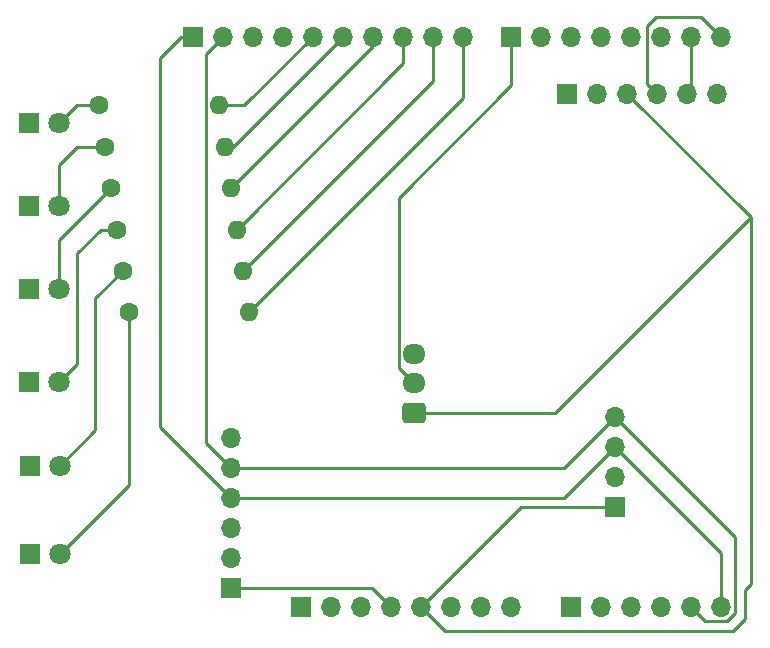
<source format=gbr>
%TF.GenerationSoftware,KiCad,Pcbnew,8.0.8*%
%TF.CreationDate,2025-03-13T13:25:16-06:00*%
%TF.ProjectId,Final_Project-REAL,46696e61-6c5f-4507-926f-6a6563742d52,rev?*%
%TF.SameCoordinates,Original*%
%TF.FileFunction,Copper,L1,Top*%
%TF.FilePolarity,Positive*%
%FSLAX46Y46*%
G04 Gerber Fmt 4.6, Leading zero omitted, Abs format (unit mm)*
G04 Created by KiCad (PCBNEW 8.0.8) date 2025-03-13 13:25:16*
%MOMM*%
%LPD*%
G01*
G04 APERTURE LIST*
G04 Aperture macros list*
%AMRoundRect*
0 Rectangle with rounded corners*
0 $1 Rounding radius*
0 $2 $3 $4 $5 $6 $7 $8 $9 X,Y pos of 4 corners*
0 Add a 4 corners polygon primitive as box body*
4,1,4,$2,$3,$4,$5,$6,$7,$8,$9,$2,$3,0*
0 Add four circle primitives for the rounded corners*
1,1,$1+$1,$2,$3*
1,1,$1+$1,$4,$5*
1,1,$1+$1,$6,$7*
1,1,$1+$1,$8,$9*
0 Add four rect primitives between the rounded corners*
20,1,$1+$1,$2,$3,$4,$5,0*
20,1,$1+$1,$4,$5,$6,$7,0*
20,1,$1+$1,$6,$7,$8,$9,0*
20,1,$1+$1,$8,$9,$2,$3,0*%
G04 Aperture macros list end*
%TA.AperFunction,ComponentPad*%
%ADD10R,1.700000X1.700000*%
%TD*%
%TA.AperFunction,ComponentPad*%
%ADD11O,1.700000X1.700000*%
%TD*%
%TA.AperFunction,ComponentPad*%
%ADD12RoundRect,0.250000X0.725000X-0.600000X0.725000X0.600000X-0.725000X0.600000X-0.725000X-0.600000X0*%
%TD*%
%TA.AperFunction,ComponentPad*%
%ADD13O,1.950000X1.700000*%
%TD*%
%TA.AperFunction,ComponentPad*%
%ADD14C,1.600000*%
%TD*%
%TA.AperFunction,ComponentPad*%
%ADD15O,1.600000X1.600000*%
%TD*%
%TA.AperFunction,ComponentPad*%
%ADD16R,1.800000X1.800000*%
%TD*%
%TA.AperFunction,ComponentPad*%
%ADD17C,1.800000*%
%TD*%
%TA.AperFunction,Conductor*%
%ADD18C,0.250000*%
%TD*%
G04 APERTURE END LIST*
D10*
%TO.P,J1,1,Pin_1*%
%TO.N,unconnected-(J1-Pin_1-Pad1)*%
X127940000Y-97460000D03*
D11*
%TO.P,J1,2,Pin_2*%
%TO.N,/IOREF*%
X130480000Y-97460000D03*
%TO.P,J1,3,Pin_3*%
%TO.N,/~{RESET}*%
X133020000Y-97460000D03*
%TO.P,J1,4,Pin_4*%
%TO.N,+3V3*%
X135560000Y-97460000D03*
%TO.P,J1,5,Pin_5*%
%TO.N,+5V*%
X138100000Y-97460000D03*
%TO.P,J1,6,Pin_6*%
%TO.N,GND*%
X140640000Y-97460000D03*
%TO.P,J1,7,Pin_7*%
X143180000Y-97460000D03*
%TO.P,J1,8,Pin_8*%
%TO.N,VCC*%
X145720000Y-97460000D03*
%TD*%
D10*
%TO.P,J3,1,Pin_1*%
%TO.N,/A0*%
X150800000Y-97460000D03*
D11*
%TO.P,J3,2,Pin_2*%
%TO.N,/A1*%
X153340000Y-97460000D03*
%TO.P,J3,3,Pin_3*%
%TO.N,/A2*%
X155880000Y-97460000D03*
%TO.P,J3,4,Pin_4*%
%TO.N,/A3*%
X158420000Y-97460000D03*
%TO.P,J3,5,Pin_5*%
%TO.N,/SDA{slash}A4*%
X160960000Y-97460000D03*
%TO.P,J3,6,Pin_6*%
%TO.N,/SCL{slash}A5*%
X163500000Y-97460000D03*
%TD*%
D10*
%TO.P,J2,1,Pin_1*%
%TO.N,/SCL{slash}A5*%
X118796000Y-49200000D03*
D11*
%TO.P,J2,2,Pin_2*%
%TO.N,/SDA{slash}A4*%
X121336000Y-49200000D03*
%TO.P,J2,3,Pin_3*%
%TO.N,/AREF*%
X123876000Y-49200000D03*
%TO.P,J2,4,Pin_4*%
%TO.N,GND*%
X126416000Y-49200000D03*
%TO.P,J2,5,Pin_5*%
%TO.N,/LED_6*%
X128956000Y-49200000D03*
%TO.P,J2,6,Pin_6*%
%TO.N,/LED_5*%
X131496000Y-49200000D03*
%TO.P,J2,7,Pin_7*%
%TO.N,/LED_4*%
X134036000Y-49200000D03*
%TO.P,J2,8,Pin_8*%
%TO.N,/LED_3*%
X136576000Y-49200000D03*
%TO.P,J2,9,Pin_9*%
%TO.N,/LED_2*%
X139116000Y-49200000D03*
%TO.P,J2,10,Pin_10*%
%TO.N,/LED_1*%
X141656000Y-49200000D03*
%TD*%
D10*
%TO.P,J4,1,Pin_1*%
%TO.N,/TEMP_EXT*%
X145720000Y-49200000D03*
D11*
%TO.P,J4,2,Pin_2*%
%TO.N,/6*%
X148260000Y-49200000D03*
%TO.P,J4,3,Pin_3*%
%TO.N,/5*%
X150800000Y-49200000D03*
%TO.P,J4,4,Pin_4*%
%TO.N,/4*%
X153340000Y-49200000D03*
%TO.P,J4,5,Pin_5*%
%TO.N,/\u002A3*%
X155880000Y-49200000D03*
%TO.P,J4,6,Pin_6*%
%TO.N,/2*%
X158420000Y-49200000D03*
%TO.P,J4,7,Pin_7*%
%TO.N,/TX{slash}1*%
X160960000Y-49200000D03*
%TO.P,J4,8,Pin_8*%
%TO.N,/RX{slash}0*%
X163500000Y-49200000D03*
%TD*%
D10*
%TO.P,J5,1,Pin_1*%
%TO.N,+3V3*%
X121975000Y-95825000D03*
D11*
%TO.P,J5,2,Pin_2*%
%TO.N,unconnected-(J5-Pin_2-Pad2)*%
X121975000Y-93285000D03*
%TO.P,J5,3,Pin_3*%
%TO.N,GND*%
X121975000Y-90745000D03*
%TO.P,J5,4,Pin_4*%
%TO.N,/SCL{slash}A5*%
X121975000Y-88205000D03*
%TO.P,J5,5,Pin_5*%
%TO.N,/SDA{slash}A4*%
X121975000Y-85665000D03*
%TO.P,J5,6,Pin_6*%
%TO.N,unconnected-(J5-Pin_6-Pad6)*%
X121975000Y-83125000D03*
%TD*%
D12*
%TO.P,J6,1,Pin_1*%
%TO.N,+5V*%
X137500000Y-81000000D03*
D13*
%TO.P,J6,2,Pin_2*%
%TO.N,/TEMP_EXT*%
X137500000Y-78500000D03*
%TO.P,J6,3,Pin_3*%
%TO.N,GND*%
X137500000Y-76000000D03*
%TD*%
D14*
%TO.P,R3,1*%
%TO.N,Net-(D3-A)*%
X112340000Y-65500000D03*
D15*
%TO.P,R3,2*%
%TO.N,/LED_3*%
X122500000Y-65500000D03*
%TD*%
D14*
%TO.P,R1,1*%
%TO.N,Net-(D1-A)*%
X113340000Y-72500000D03*
D15*
%TO.P,R1,2*%
%TO.N,/LED_1*%
X123500000Y-72500000D03*
%TD*%
D14*
%TO.P,R5,1*%
%TO.N,Net-(D5-A)*%
X111340000Y-58500000D03*
D15*
%TO.P,R5,2*%
%TO.N,/LED_5*%
X121500000Y-58500000D03*
%TD*%
D16*
%TO.P,D3,1,K*%
%TO.N,GND*%
X104910000Y-78400000D03*
D17*
%TO.P,D3,2,A*%
%TO.N,Net-(D3-A)*%
X107450000Y-78400000D03*
%TD*%
D16*
%TO.P,D2,1,K*%
%TO.N,GND*%
X104960000Y-85500000D03*
D17*
%TO.P,D2,2,A*%
%TO.N,Net-(D2-A)*%
X107500000Y-85500000D03*
%TD*%
D16*
%TO.P,D4,1,K*%
%TO.N,GND*%
X104910000Y-70500000D03*
D17*
%TO.P,D4,2,A*%
%TO.N,Net-(D4-A)*%
X107450000Y-70500000D03*
%TD*%
D10*
%TO.P,J7,1,Pin_1*%
%TO.N,+5V*%
X154500000Y-89000000D03*
D11*
%TO.P,J7,2,Pin_2*%
%TO.N,GND*%
X154500000Y-86460000D03*
%TO.P,J7,3,Pin_3*%
%TO.N,/SCL{slash}A5*%
X154500000Y-83920000D03*
%TO.P,J7,4,Pin_4*%
%TO.N,/SDA{slash}A4*%
X154500000Y-81380000D03*
%TD*%
D14*
%TO.P,R4,1*%
%TO.N,Net-(D4-A)*%
X111840000Y-62000000D03*
D15*
%TO.P,R4,2*%
%TO.N,/LED_4*%
X122000000Y-62000000D03*
%TD*%
D16*
%TO.P,D5,1,K*%
%TO.N,GND*%
X104910000Y-63500000D03*
D17*
%TO.P,D5,2,A*%
%TO.N,Net-(D5-A)*%
X107450000Y-63500000D03*
%TD*%
D16*
%TO.P,D1,1,K*%
%TO.N,GND*%
X104960000Y-93000000D03*
D17*
%TO.P,D1,2,A*%
%TO.N,Net-(D1-A)*%
X107500000Y-93000000D03*
%TD*%
D14*
%TO.P,R2,1*%
%TO.N,Net-(D2-A)*%
X112840000Y-69000000D03*
D15*
%TO.P,R2,2*%
%TO.N,/LED_2*%
X123000000Y-69000000D03*
%TD*%
D16*
%TO.P,D6,1,K*%
%TO.N,GND*%
X104910000Y-56500000D03*
D17*
%TO.P,D6,2,A*%
%TO.N,Net-(D6-A)*%
X107450000Y-56500000D03*
%TD*%
D14*
%TO.P,R6,1*%
%TO.N,Net-(D6-A)*%
X110840000Y-55000000D03*
D15*
%TO.P,R6,2*%
%TO.N,/LED_6*%
X121000000Y-55000000D03*
%TD*%
D10*
%TO.P,J8,1,Pin_1*%
%TO.N,unconnected-(J8-Pin_1-Pad1)*%
X150460000Y-54000000D03*
D11*
%TO.P,J8,2,Pin_2*%
%TO.N,GND*%
X153000000Y-54000000D03*
%TO.P,J8,3,Pin_3*%
%TO.N,+5V*%
X155540000Y-54000000D03*
%TO.P,J8,4,Pin_4*%
%TO.N,/RX{slash}0*%
X158080000Y-54000000D03*
%TO.P,J8,5,Pin_5*%
%TO.N,/TX{slash}1*%
X160620000Y-54000000D03*
%TO.P,J8,6,Pin_6*%
%TO.N,unconnected-(J8-Pin_6-Pad6)*%
X163160000Y-54000000D03*
%TD*%
D18*
%TO.N,GND*%
X104960000Y-78450000D02*
X104910000Y-78400000D01*
X104910000Y-85450000D02*
X104960000Y-85500000D01*
%TO.N,+5V*%
X166000000Y-95500000D02*
X165500000Y-96000000D01*
X165500000Y-98500000D02*
X164500000Y-99500000D01*
X155540000Y-54000000D02*
X166000000Y-64460000D01*
X154500000Y-89000000D02*
X146560000Y-89000000D01*
X165500000Y-96000000D02*
X165500000Y-98500000D01*
X149460000Y-81000000D02*
X166000000Y-64460000D01*
X164500000Y-99500000D02*
X140140000Y-99500000D01*
X140140000Y-99500000D02*
X138100000Y-97460000D01*
X166000000Y-64460000D02*
X166000000Y-95500000D01*
X137500000Y-81000000D02*
X149460000Y-81000000D01*
X146560000Y-89000000D02*
X138100000Y-97460000D01*
%TO.N,/SDA{slash}A4*%
X154500000Y-81380000D02*
X164675000Y-91555000D01*
X164675000Y-91555000D02*
X164675000Y-97946701D01*
X162135000Y-98635000D02*
X160960000Y-97460000D01*
X154500000Y-81380000D02*
X150215000Y-85665000D01*
X121975000Y-85665000D02*
X119875000Y-83565000D01*
X150215000Y-85665000D02*
X121975000Y-85665000D01*
X163986701Y-98635000D02*
X162135000Y-98635000D01*
X164675000Y-97946701D02*
X163986701Y-98635000D01*
X119875000Y-50661000D02*
X121336000Y-49200000D01*
X119875000Y-83565000D02*
X119875000Y-50661000D01*
%TO.N,/SCL{slash}A5*%
X150215000Y-88205000D02*
X154500000Y-83920000D01*
X163500000Y-92920000D02*
X154500000Y-83920000D01*
X163500000Y-97460000D02*
X163500000Y-92920000D01*
X118796000Y-49200000D02*
X117800000Y-49200000D01*
X116000000Y-51000000D02*
X116000000Y-82230000D01*
X117800000Y-49200000D02*
X116000000Y-51000000D01*
X121975000Y-88205000D02*
X150215000Y-88205000D01*
X116000000Y-82230000D02*
X121975000Y-88205000D01*
%TO.N,Net-(D1-A)*%
X113340000Y-72500000D02*
X113340000Y-87160000D01*
X113340000Y-87160000D02*
X107500000Y-93000000D01*
%TO.N,Net-(D2-A)*%
X112840000Y-69000000D02*
X110500000Y-71340000D01*
X110500000Y-82500000D02*
X107500000Y-85500000D01*
X110500000Y-71340000D02*
X110500000Y-82500000D01*
%TO.N,Net-(D3-A)*%
X112340000Y-65500000D02*
X111000000Y-65500000D01*
X109000000Y-67500000D02*
X109000000Y-76850000D01*
X111000000Y-65500000D02*
X109000000Y-67500000D01*
X109000000Y-76850000D02*
X107450000Y-78400000D01*
%TO.N,Net-(D4-A)*%
X107450000Y-66390000D02*
X111840000Y-62000000D01*
X107450000Y-70500000D02*
X107450000Y-66390000D01*
%TO.N,Net-(D5-A)*%
X107450000Y-60050000D02*
X109000000Y-58500000D01*
X107450000Y-63500000D02*
X107450000Y-60050000D01*
X109000000Y-58500000D02*
X111340000Y-58500000D01*
%TO.N,Net-(D6-A)*%
X108950000Y-55000000D02*
X110840000Y-55000000D01*
X107450000Y-56500000D02*
X108950000Y-55000000D01*
%TO.N,/LED_4*%
X134036000Y-49964000D02*
X134036000Y-49200000D01*
X122000000Y-62000000D02*
X134036000Y-49964000D01*
%TO.N,/LED_5*%
X131496000Y-49200000D02*
X122196000Y-58500000D01*
X122196000Y-58500000D02*
X121500000Y-58500000D01*
%TO.N,/LED_6*%
X121000000Y-55000000D02*
X123156000Y-55000000D01*
X123156000Y-55000000D02*
X128956000Y-49200000D01*
%TO.N,/TX{slash}1*%
X160960000Y-53660000D02*
X160620000Y-54000000D01*
X160960000Y-49200000D02*
X160960000Y-53660000D01*
%TO.N,/RX{slash}0*%
X157230000Y-48270000D02*
X158000000Y-47500000D01*
X161800000Y-47500000D02*
X163500000Y-49200000D01*
X158000000Y-47500000D02*
X161800000Y-47500000D01*
X157230000Y-53150000D02*
X157230000Y-48270000D01*
X158080000Y-54000000D02*
X157230000Y-53150000D01*
%TO.N,+3V3*%
X133925000Y-95825000D02*
X135560000Y-97460000D01*
X121975000Y-95825000D02*
X133925000Y-95825000D01*
%TO.N,/LED_3*%
X136576000Y-51424000D02*
X122500000Y-65500000D01*
X136576000Y-49200000D02*
X136576000Y-51424000D01*
%TO.N,/LED_1*%
X141656000Y-54344000D02*
X123500000Y-72500000D01*
X141656000Y-49200000D02*
X141656000Y-54344000D01*
%TO.N,/LED_2*%
X123000000Y-69000000D02*
X139116000Y-52884000D01*
X139116000Y-52884000D02*
X139116000Y-49200000D01*
%TO.N,/TEMP_EXT*%
X136200000Y-77200000D02*
X136200000Y-62800000D01*
X136200000Y-62800000D02*
X145720000Y-53280000D01*
X145720000Y-53280000D02*
X145720000Y-49200000D01*
X137500000Y-78500000D02*
X136200000Y-77200000D01*
%TD*%
M02*

</source>
